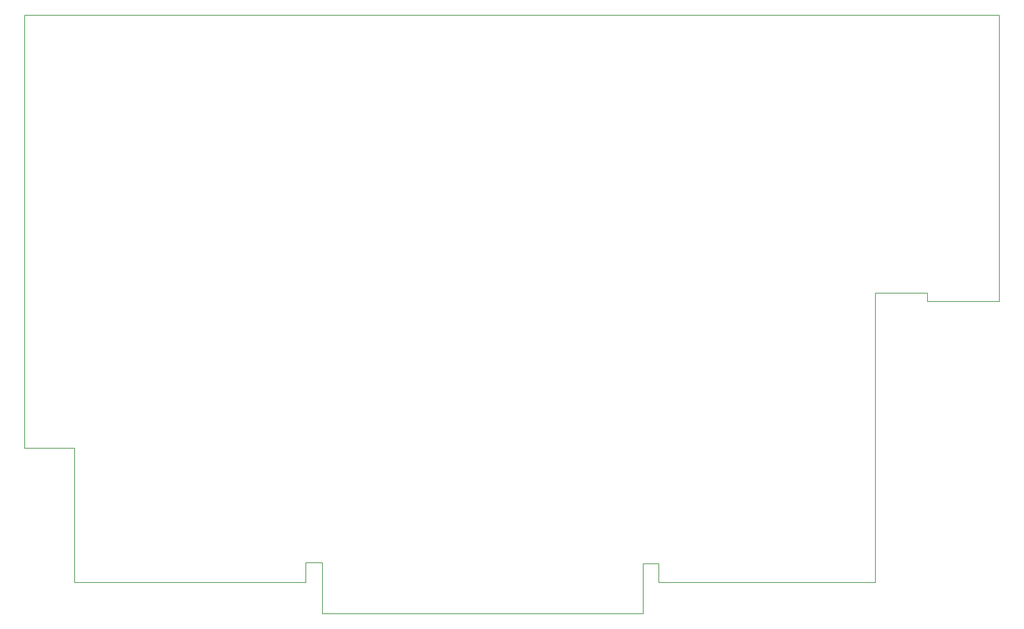
<source format=gbr>
%TF.GenerationSoftware,KiCad,Pcbnew,4.0.7-e2-6376~61~ubuntu18.04.1*%
%TF.CreationDate,2018-07-10T18:24:55-07:00*%
%TF.ProjectId,tipi-peb,746970692D7065622E6B696361645F70,rev?*%
%TF.FileFunction,Profile,NP*%
%FSLAX46Y46*%
G04 Gerber Fmt 4.6, Leading zero omitted, Abs format (unit mm)*
G04 Created by KiCad (PCBNEW 4.0.7-e2-6376~61~ubuntu18.04.1) date Tue Jul 10 18:24:55 2018*
%MOMM*%
%LPD*%
G01*
G04 APERTURE LIST*
%ADD10C,0.150000*%
G04 APERTURE END LIST*
D10*
X226568000Y-92710000D02*
X226568000Y-94742000D01*
X239268000Y-92710000D02*
X226568000Y-92710000D01*
X239268000Y-94742000D02*
X239268000Y-92710000D01*
X256794000Y-94742000D02*
X239268000Y-94742000D01*
X19050000Y-130556000D02*
X19050000Y-24892000D01*
X31242000Y-130556000D02*
X19050000Y-130556000D01*
X31242000Y-163322000D02*
X31242000Y-130556000D01*
X87630000Y-163322000D02*
X31242000Y-163322000D01*
X87630000Y-163322000D02*
X87630000Y-158496000D01*
X91694000Y-158496000D02*
X87630000Y-158496000D01*
X91694000Y-158496000D02*
X91694000Y-170942000D01*
X169926000Y-170942000D02*
X91694000Y-170942000D01*
X169926000Y-158750000D02*
X169926000Y-170942000D01*
X173736000Y-158750000D02*
X169926000Y-158750000D01*
X173736000Y-163322000D02*
X173736000Y-158750000D01*
X226568000Y-163322000D02*
X173736000Y-163322000D01*
X226568000Y-94742000D02*
X226568000Y-163322000D01*
X256794000Y-24892000D02*
X256794000Y-94742000D01*
X19050000Y-24892000D02*
X256794000Y-24892000D01*
M02*

</source>
